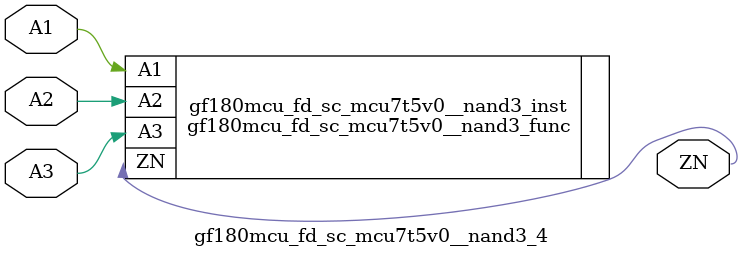
<source format=v>

`ifndef GF180MCU_FD_SC_MCU7T5V0__NAND3_4_V
`define GF180MCU_FD_SC_MCU7T5V0__NAND3_4_V

`include "gf180mcu_fd_sc_mcu7t5v0__nand3.v"

`ifdef USE_POWER_PINS
module gf180mcu_fd_sc_mcu7t5v0__nand3_4( A2, ZN, A3, A1, VDD, VSS );
inout VDD, VSS;
`else // If not USE_POWER_PINS
module gf180mcu_fd_sc_mcu7t5v0__nand3_4( A2, ZN, A3, A1 );
`endif // If not USE_POWER_PINS
input A1, A2, A3;
output ZN;

`ifdef USE_POWER_PINS
  gf180mcu_fd_sc_mcu7t5v0__nand3_func gf180mcu_fd_sc_mcu7t5v0__nand3_inst(.A2(A2),.ZN(ZN),.A3(A3),.A1(A1),.VDD(VDD),.VSS(VSS));
`else // If not USE_POWER_PINS
  gf180mcu_fd_sc_mcu7t5v0__nand3_func gf180mcu_fd_sc_mcu7t5v0__nand3_inst(.A2(A2),.ZN(ZN),.A3(A3),.A1(A1));
`endif // If not USE_POWER_PINS

`ifndef FUNCTIONAL
	// spec_gates_begin


	// spec_gates_end



   specify

	// specify_block_begin

	// comb arc A1 --> ZN
	 (A1 => ZN) = (1.0,1.0);

	// comb arc A2 --> ZN
	 (A2 => ZN) = (1.0,1.0);

	// comb arc A3 --> ZN
	 (A3 => ZN) = (1.0,1.0);

	// specify_block_end

   endspecify

   `endif

endmodule
`endif // GF180MCU_FD_SC_MCU7T5V0__NAND3_4_V

</source>
